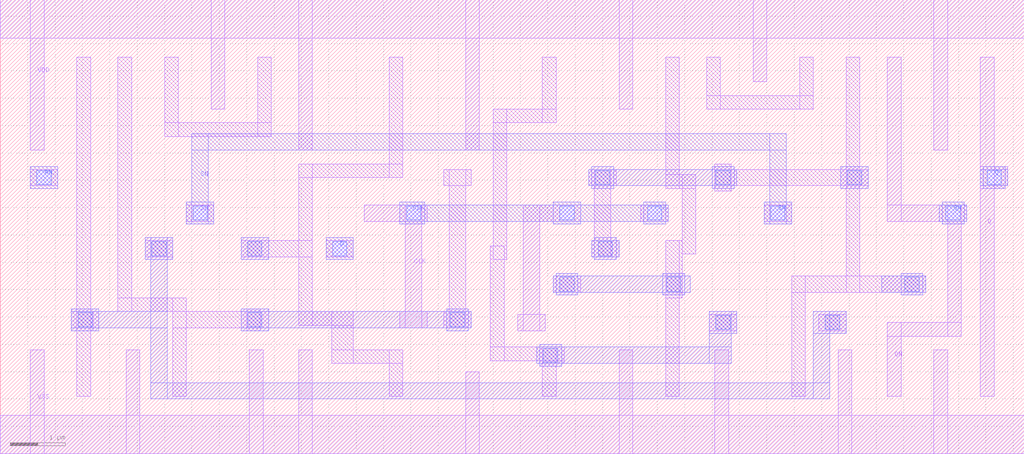
<source format=lef>
# Copyright 2022 Google LLC
# Licensed under the Apache License, Version 2.0 (the "License");
# you may not use this file except in compliance with the License.
# You may obtain a copy of the License at
#
#      http://www.apache.org/licenses/LICENSE-2.0
#
# Unless required by applicable law or agreed to in writing, software
# distributed under the License is distributed on an "AS IS" BASIS,
# WITHOUT WARRANTIES OR CONDITIONS OF ANY KIND, either express or implied.
# See the License for the specific language governing permissions and
# limitations under the License.
VERSION 5.7 ;
BUSBITCHARS "[]" ;
DIVIDERCHAR "/" ;

MACRO gf180mcu_osu_sc_gp12t3v3__dffsr_1
  CLASS CORE ;
  ORIGIN 0 0 ;
  FOREIGN gf180mcu_osu_sc_gp12t3v3__dffsr_1 0 0 ;
  SIZE 18.7 BY 8.3 ;
  SYMMETRY X Y ;
  SITE gf180mcu_osu_sc_gp12t3v3 ;
  PIN VDD
    DIRECTION INOUT ;
    USE POWER ;
    SHAPE ABUTMENT ;
    PORT
      LAYER Metal1 ;
        RECT 0 7.6 18.7 8.3 ;
        RECT 17.05 5.55 17.3 8.3 ;
        RECT 13.75 6.8 14 8.3 ;
        RECT 11.3 6.3 11.55 8.3 ;
        RECT 8.5 5.55 8.75 8.3 ;
        RECT 5.45 5.55 5.7 8.3 ;
        RECT 3.85 6.3 4.1 8.3 ;
        RECT 0.55 5.55 0.8 8.3 ;
    END
  END VDD
  PIN VSS
    DIRECTION INOUT ;
    USE GROUND ;
    SHAPE ABUTMENT ;
    PORT
      LAYER Metal1 ;
        RECT 0 0 18.7 0.7 ;
        RECT 17.05 0 17.3 1.9 ;
        RECT 15.3 0 15.55 1.9 ;
        RECT 13.05 0 13.3 1.9 ;
        RECT 11.3 0 11.55 1.9 ;
        RECT 8.5 0 8.75 1.5 ;
        RECT 5.45 0 5.7 1.9 ;
        RECT 4.55 0 4.8 1.9 ;
        RECT 2.3 0 2.55 1.9 ;
        RECT 0.55 0 0.8 1.9 ;
    END
  END VSS
  PIN CLK
    DIRECTION INPUT ;
    USE CLOCK ;
    PORT
      LAYER Metal1 ;
        RECT 11.7 4.25 12.2 4.55 ;
        RECT 9.55 4.25 10.6 4.55 ;
        RECT 9.45 2.25 9.95 2.55 ;
        RECT 9.55 2.25 9.85 4.55 ;
        RECT 6.65 4.25 7.8 4.55 ;
        RECT 7.3 2.3 7.8 2.6 ;
        RECT 7.4 2.3 7.7 4.55 ;
      LAYER Metal2 ;
        RECT 7.3 4.25 12.2 4.55 ;
        RECT 11.75 4.2 12.15 4.6 ;
        RECT 10.1 4.2 10.6 4.6 ;
        RECT 7.3 4.2 7.75 4.6 ;
      LAYER Via1 ;
        RECT 7.42 4.27 7.68 4.53 ;
        RECT 10.22 4.27 10.48 4.53 ;
        RECT 11.82 4.27 12.08 4.53 ;
    END
  END CLK
  PIN D
    DIRECTION INPUT ;
    USE SIGNAL ;
    PORT
      LAYER Metal1 ;
        RECT 5.95 3.6 6.45 3.9 ;
      LAYER Metal2 ;
        RECT 5.95 3.55 6.45 3.95 ;
      LAYER Via1 ;
        RECT 6.07 3.62 6.33 3.88 ;
    END
  END D
  PIN Q
    DIRECTION OUTPUT ;
    USE SIGNAL ;
    PORT
      LAYER Metal1 ;
        RECT 17.9 4.9 18.4 5.25 ;
        RECT 17.9 4.85 18.35 5.25 ;
        RECT 17.9 1.05 18.15 7.25 ;
      LAYER Metal2 ;
        RECT 17.9 4.9 18.4 5.2 ;
        RECT 17.95 4.85 18.35 5.25 ;
      LAYER Via1 ;
        RECT 18.02 4.92 18.28 5.18 ;
    END
  END Q
  PIN QN
    DIRECTION OUTPUT ;
    USE SIGNAL ;
    PORT
      LAYER Metal1 ;
        RECT 16.2 4.25 17.65 4.55 ;
        RECT 17.3 2.15 17.55 4.55 ;
        RECT 16.2 2.15 17.55 2.4 ;
        RECT 16.2 4.25 16.45 7.25 ;
        RECT 16.2 1.05 16.45 2.4 ;
      LAYER Metal2 ;
        RECT 17.15 4.25 17.65 4.55 ;
        RECT 17.2 4.2 17.6 4.6 ;
      LAYER Via1 ;
        RECT 17.27 4.27 17.53 4.53 ;
    END
  END QN
  PIN RN
    DIRECTION INPUT ;
    USE SIGNAL ;
    PORT
      LAYER Metal1 ;
        RECT 0.55 4.9 1.05 5.2 ;
      LAYER Metal2 ;
        RECT 0.55 4.85 1.05 5.25 ;
      LAYER Via1 ;
        RECT 0.67 4.92 0.93 5.18 ;
    END
  END RN
  PIN SN
    DIRECTION OUTPUT ;
    USE SIGNAL ;
    PORT
      LAYER Metal1 ;
        RECT 13.95 4.25 14.45 4.55 ;
        RECT 3.4 4.25 3.9 4.55 ;
      LAYER Metal2 ;
        RECT 13.95 4.2 14.45 4.6 ;
        RECT 3.5 5.55 14.35 5.85 ;
        RECT 14.05 4.2 14.35 5.85 ;
        RECT 3.4 4.2 3.9 4.6 ;
        RECT 3.5 4.2 3.8 5.85 ;
      LAYER Via1 ;
        RECT 3.52 4.27 3.78 4.53 ;
        RECT 14.07 4.27 14.33 4.53 ;
    END
  END SN
  OBS
    LAYER Metal2 ;
      RECT 16.45 2.9 16.85 3.3 ;
      RECT 16.1 2.95 16.9 3.25 ;
      RECT 2.65 3.55 3.15 3.95 ;
      RECT 2.75 1 3.05 3.95 ;
      RECT 1.3 2.25 1.8 2.65 ;
      RECT 14.85 2.2 15.45 2.6 ;
      RECT 1.3 2.3 3.05 2.6 ;
      RECT 14.85 1 15.15 2.6 ;
      RECT 2.75 1 15.15 1.3 ;
      RECT 12.95 2.2 13.45 2.6 ;
      RECT 12.95 1.65 13.35 2.6 ;
      RECT 9.85 1.6 10.25 2 ;
      RECT 9.8 1.65 13.35 1.95 ;
      RECT 13 4.85 13.4 5.25 ;
      RECT 10.8 4.85 11.2 5.25 ;
      RECT 10.75 4.9 13.45 5.2 ;
      RECT 12.1 2.9 12.5 3.3 ;
      RECT 10.15 2.9 10.55 3.3 ;
      RECT 10.1 2.95 12.6 3.25 ;
      RECT 10.85 3.55 11.25 3.95 ;
      RECT 10.8 3.6 11.3 3.9 ;
      RECT 8.15 2.25 8.55 2.65 ;
      RECT 4.4 2.25 4.9 2.65 ;
      RECT 4.4 2.3 8.6 2.6 ;
      RECT 15.35 4.85 15.85 5.25 ;
      RECT 4.4 3.55 4.9 3.95 ;
    LAYER Via1 ;
      RECT 16.52 2.97 16.78 3.23 ;
      RECT 15.47 4.92 15.73 5.18 ;
      RECT 15.07 2.27 15.33 2.53 ;
      RECT 13.07 2.27 13.33 2.53 ;
      RECT 13.07 4.92 13.33 5.18 ;
      RECT 12.17 2.97 12.43 3.23 ;
      RECT 10.92 3.62 11.18 3.88 ;
      RECT 10.87 4.92 11.13 5.18 ;
      RECT 10.22 2.97 10.48 3.23 ;
      RECT 9.92 1.67 10.18 1.93 ;
      RECT 8.22 2.32 8.48 2.58 ;
      RECT 4.52 2.32 4.78 2.58 ;
      RECT 4.52 3.62 4.78 3.88 ;
      RECT 2.77 3.62 3.03 3.88 ;
      RECT 1.42 2.32 1.68 2.58 ;
    LAYER Metal1 ;
      RECT 15.45 2.95 15.7 7.25 ;
      RECT 13.05 4.8 13.35 5.3 ;
      RECT 13.05 4.9 15.85 5.2 ;
      RECT 14.45 2.95 16.9 3.25 ;
      RECT 14.45 1.05 14.7 3.25 ;
      RECT 14.6 6.3 14.85 7.25 ;
      RECT 12.9 6.3 13.15 7.25 ;
      RECT 12.9 6.3 14.85 6.55 ;
      RECT 12.15 4.85 12.4 7.25 ;
      RECT 12.15 4.85 12.7 5.1 ;
      RECT 12.45 3.65 12.7 5.1 ;
      RECT 12.15 2.85 12.45 3.9 ;
      RECT 12.15 1.05 12.4 3.9 ;
      RECT 10.75 4.9 11.25 5.2 ;
      RECT 10.85 3.6 11.15 5.2 ;
      RECT 10.8 3.6 11.3 3.9 ;
      RECT 9.9 6.05 10.15 7.25 ;
      RECT 9 6.05 10.15 6.3 ;
      RECT 9 3.55 9.25 6.3 ;
      RECT 8.95 1.7 9.2 3.8 ;
      RECT 8.95 1.7 10.3 1.95 ;
      RECT 9.9 1.65 10.3 1.95 ;
      RECT 9.9 1.05 10.15 1.95 ;
      RECT 8.1 4.9 8.6 5.2 ;
      RECT 8.2 2.3 8.5 5.2 ;
      RECT 8.1 2.3 8.6 2.6 ;
      RECT 7.1 5.05 7.35 7.25 ;
      RECT 5.45 5.05 7.35 5.3 ;
      RECT 5.45 2.35 5.7 5.3 ;
      RECT 4.4 3.6 5.7 3.9 ;
      RECT 5.45 2.35 6.45 2.6 ;
      RECT 6.05 1.65 6.45 2.6 ;
      RECT 6.05 1.65 7.35 1.9 ;
      RECT 7.1 1.05 7.35 1.9 ;
      RECT 4.7 5.8 4.95 7.25 ;
      RECT 3 5.8 3.25 7.25 ;
      RECT 3 5.8 4.95 6.05 ;
      RECT 2.15 2.6 2.4 7.25 ;
      RECT 2.15 2.6 3.4 2.85 ;
      RECT 3.15 1.05 3.4 2.85 ;
      RECT 4.5 2.25 4.75 2.65 ;
      RECT 3.15 2.3 4.9 2.6 ;
      RECT 1.4 1.05 1.65 7.25 ;
      RECT 1.3 2.3 1.8 2.6 ;
      RECT 1.4 2.25 1.7 2.6 ;
      RECT 14.95 2.25 15.45 2.55 ;
      RECT 12.95 2.25 13.45 2.55 ;
      RECT 10.1 2.95 10.6 3.25 ;
      RECT 2.65 3.6 3.15 3.9 ;
  END
END gf180mcu_osu_sc_gp12t3v3__dffsr_1

</source>
